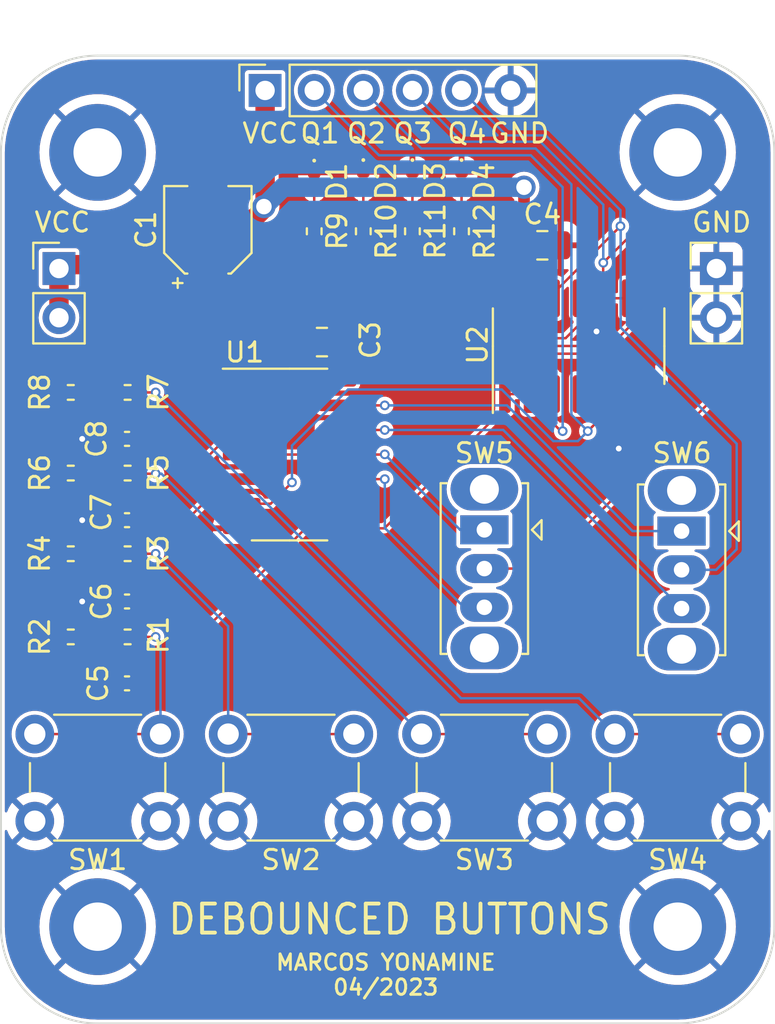
<source format=kicad_pcb>
(kicad_pcb (version 20221018) (generator pcbnew)
  (layers (0 "F.Cu" signal) (31 "B.Cu" signal) (34 "B.Paste" user) (35 "F.Paste" user) (36 "B.SilkS" user "B.Silkscreen") (37 "F.SilkS" user "F.Silkscreen") (38 "B.Mask" user) (39 "F.Mask" user) (44 "Edge.Cuts" user))
  (net 0 "")
  (net 1 "GND")
  (net 2 "+5V")
  (net 3 "Q1")
  (net 4 "Q2")
  (net 5 "Q3")
  (net 6 "Q4")
  (net 7 "Net-(R1-Pad1)")
  (net 8 "Net-(R3-Pad1)")
  (net 9 "Net-(R5-Pad1)")
  (net 10 "Net-(R7-Pad1)")
  (net 11 "Net-(SW5-A)")
  (net 12 "Net-(SW5-C)")
  (net 13 "Net-(SW6-A)")
  (net 14 "Net-(SW6-C)")
  (net 15 "Net-(C5-Pad1)")
  (net 16 "Net-(C6-Pad1)")
  (net 17 "Net-(C7-Pad1)")
  (net 18 "Net-(C8-Pad1)")
  (net 19 "Net-(R9-Pad1)")
  (net 20 "Net-(R10-Pad1)")
  (net 21 "Net-(R11-Pad1)")
  (net 22 "Net-(R12-Pad1)")
  (net 23 "Net-(D1-A)")
  (net 24 "Net-(D2-A)")
  (net 25 "Net-(D3-A)")
  (net 26 "Net-(D4-A)")
  (footprint "Resistor_SMD:R_0402_1005Metric" (layer "F.Cu") (at 116.2 59.075 90)
    (fp_text reference "R9" (at 0.01 1.185 90) (layer "F.SilkS"))
    (fp_text value "330")
    (fp_line (start -0.153641 -0.38) (end 0.153641 -0.38) (stroke (width 0.12)) (layer "F.SilkS"))
    (fp_line (start -0.153641 0.38) (end 0.153641 0.38) (stroke (width 0.12)) (layer "F.SilkS"))
    (pad "1" smd roundrect (at -0.51 0 90) (size 0.54 0.64) (layers "F.Cu" "F.Paste" "F.Mask") (net 19 "Net-(R9-Pad1)"))
    (pad "2" smd roundrect (at 0.51 0 90) (size 0.54 0.64) (layers "F.Cu" "F.Paste" "F.Mask") (net 23 "Net-(D1-A)"))
  )
  (footprint "MountingHole:MountingHole_2.5mm_Pad" (layer "F.Cu") (at 135 95)
    (fp_text reference "H4" hide)
    (fp_text value "MountingHole_Pad" hide)
    (pad "1" thru_hole circle (at 0 0) (size 5 5) (drill 2.5) (layers "*.Cu" "*.Mask") (net 1 "GND"))
  )
  (footprint "Capacitor_SMD:C_0402_1005Metric" (layer "F.Cu") (at 106.52 69.8)
    (fp_text reference "C8" (at -1.58 0 90) (layer "F.SilkS"))
    (fp_text value "1u")
    (fp_line (start -0.107836 -0.36) (end 0.107836 -0.36) (stroke (width 0.12)) (layer "F.SilkS"))
    (fp_line (start -0.107836 0.36) (end 0.107836 0.36) (stroke (width 0.12)) (layer "F.SilkS"))
    (pad "1" smd roundrect (at -0.48 0) (size 0.56 0.62) (layers "F.Cu" "F.Paste" "F.Mask") (net 18 "Net-(C8-Pad1)"))
    (pad "2" smd roundrect (at 0.48 0) (size 0.56 0.62) (layers "F.Cu" "F.Paste" "F.Mask") (net 1 "GND"))
  )
  (footprint "LED_SMD:LED_0402_1005Metric" (layer "F.Cu") (at 123.82 56.485 -90)
    (fp_text reference "D4" (at 0 -1.17 90) (layer "F.SilkS"))
    (fp_text value "LED")
    (fp_circle (center -1.09 0) (end -1.04 0) (stroke (width 0.1)) (fill none) (layer "F.SilkS"))
    (pad "1" smd roundrect (at -0.485 0 270) (size 0.59 0.64) (layers "F.Cu" "F.Paste" "F.Mask") (net 1 "GND"))
    (pad "2" smd roundrect (at 0.485 0 270) (size 0.59 0.64) (layers "F.Cu" "F.Paste" "F.Mask") (net 26 "Net-(D4-A)"))
  )
  (footprint "MountingHole:MountingHole_2.5mm_Pad" (layer "F.Cu") (at 105 95)
    (fp_text reference "H3" hide)
    (fp_text value "MountingHole_Pad" hide)
    (pad "1" thru_hole circle (at 0 0) (size 5 5) (drill 2.5) (layers "*.Cu" "*.Mask") (net 1 "GND"))
  )
  (footprint "Capacitor_SMD:CP_Elec_4x4.5" (layer "F.Cu") (at 110.7 59 90)
    (fp_text reference "C1" (at 0 -3.2 90) (layer "F.SilkS"))
    (fp_text value "1u")
    (fp_line (start -3 -1.56) (end -2.5 -1.56) (stroke (width 0.12)) (layer "F.SilkS"))
    (fp_line (start -2.75 -1.81) (end -2.75 -1.31) (stroke (width 0.12)) (layer "F.SilkS"))
    (fp_line (start -2.26 -1.195563) (end -2.26 -1.06) (stroke (width 0.12)) (layer "F.SilkS"))
    (fp_line (start -2.26 -1.195563) (end -1.195563 -2.26) (stroke (width 0.12)) (layer "F.SilkS"))
    (fp_line (start -2.26 1.195563) (end -2.26 1.06) (stroke (width 0.12)) (layer "F.SilkS"))
    (fp_line (start -2.26 1.195563) (end -1.195563 2.26) (stroke (width 0.12)) (layer "F.SilkS"))
    (fp_line (start -1.195563 -2.26) (end 2.26 -2.26) (stroke (width 0.12)) (layer "F.SilkS"))
    (fp_line (start -1.195563 2.26) (end 2.26 2.26) (stroke (width 0.12)) (layer "F.SilkS"))
    (fp_line (start 2.26 -2.26) (end 2.26 -1.06) (stroke (width 0.12)) (layer "F.SilkS"))
    (fp_line (start 2.26 2.26) (end 2.26 1.06) (stroke (width 0.12)) (layer "F.SilkS"))
    (pad "1" smd roundrect (at -1.8 0 90) (size 2.6 1.6) (layers "F.Cu" "F.Paste" "F.Mask") (roundrect_rratio 0.15625) (net 2 "+5V"))
    (pad "2" smd roundrect (at 1.8 0 90) (size 2.6 1.6) (layers "F.Cu" "F.Paste" "F.Mask") (roundrect_rratio 0.15625) (net 1 "GND"))
  )
  (footprint "Resistor_SMD:R_0402_1005Metric" (layer "F.Cu") (at 106.55 80.03 180)
    (fp_text reference "R1" (at -1.6 0.1 90) (layer "F.SilkS"))
    (fp_text value "100")
    (fp_line (start -0.153641 -0.38) (end 0.153641 -0.38) (stroke (width 0.12)) (layer "F.SilkS"))
    (fp_line (start -0.153641 0.38) (end 0.153641 0.38) (stroke (width 0.12)) (layer "F.SilkS"))
    (pad "1" smd roundrect (at -0.51 0 180) (size 0.54 0.64) (layers "F.Cu" "F.Paste" "F.Mask") (net 7 "Net-(R1-Pad1)"))
    (pad "2" smd roundrect (at 0.51 0 180) (size 0.54 0.64) (layers "F.Cu" "F.Paste" "F.Mask") (net 15 "Net-(C5-Pad1)"))
  )
  (footprint "Resistor_SMD:R_0402_1005Metric" (layer "F.Cu") (at 103.61 67.4)
    (fp_text reference "R8" (at -1.6 0 90) (layer "F.SilkS"))
    (fp_text value "10k")
    (fp_line (start -0.153641 -0.38) (end 0.153641 -0.38) (stroke (width 0.12)) (layer "F.SilkS"))
    (fp_line (start -0.153641 0.38) (end 0.153641 0.38) (stroke (width 0.12)) (layer "F.SilkS"))
    (pad "1" smd roundrect (at -0.51 0) (size 0.54 0.64) (layers "F.Cu" "F.Paste" "F.Mask") (net 2 "+5V"))
    (pad "2" smd roundrect (at 0.51 0) (size 0.54 0.64) (layers "F.Cu" "F.Paste" "F.Mask") (net 18 "Net-(C8-Pad1)"))
  )
  (footprint "LED_SMD:LED_0402_1005Metric" (layer "F.Cu") (at 116.2 56.515 -90)
    (fp_text reference "D1" (at 0 -1.17 90) (layer "F.SilkS"))
    (fp_text value "LED")
    (fp_circle (center -1.09 0) (end -1.04 0) (stroke (width 0.1)) (fill none) (layer "F.SilkS"))
    (pad "1" smd roundrect (at -0.485 0 270) (size 0.59 0.64) (layers "F.Cu" "F.Paste" "F.Mask") (net 1 "GND"))
    (pad "2" smd roundrect (at 0.485 0 270) (size 0.59 0.64) (layers "F.Cu" "F.Paste" "F.Mask") (net 23 "Net-(D1-A)"))
  )
  (footprint "Resistor_SMD:R_0402_1005Metric" (layer "F.Cu") (at 103.61 71.566668)
    (fp_text reference "R6" (at -1.6 0 90) (layer "F.SilkS"))
    (fp_text value "10k")
    (fp_line (start -0.153641 -0.38) (end 0.153641 -0.38) (stroke (width 0.12)) (layer "F.SilkS"))
    (fp_line (start -0.153641 0.38) (end 0.153641 0.38) (stroke (width 0.12)) (layer "F.SilkS"))
    (pad "1" smd roundrect (at -0.51 0) (size 0.54 0.64) (layers "F.Cu" "F.Paste" "F.Mask") (net 2 "+5V"))
    (pad "2" smd roundrect (at 0.51 0) (size 0.54 0.64) (layers "F.Cu" "F.Paste" "F.Mask") (net 17 "Net-(C7-Pad1)"))
  )
  (footprint "Resistor_SMD:R_0402_1005Metric" (layer "F.Cu") (at 103.61 80.03)
    (fp_text reference "R2" (at -1.6 0 90) (layer "F.SilkS"))
    (fp_text value "10k")
    (fp_line (start -0.153641 -0.38) (end 0.153641 -0.38) (stroke (width 0.12)) (layer "F.SilkS"))
    (fp_line (start -0.153641 0.38) (end 0.153641 0.38) (stroke (width 0.12)) (layer "F.SilkS"))
    (pad "1" smd roundrect (at -0.51 0) (size 0.54 0.64) (layers "F.Cu" "F.Paste" "F.Mask") (net 2 "+5V"))
    (pad "2" smd roundrect (at 0.51 0) (size 0.54 0.64) (layers "F.Cu" "F.Paste" "F.Mask") (net 15 "Net-(C5-Pad1)"))
  )
  (footprint "Button_Switch_THT:SW_Slide_1P2T_CK_OS102011MS2Q" (layer "F.Cu") (at 135.2 74.564 -90)
    (fp_text reference "SW6" (at -4.03 -0.022 -180) (layer "F.SilkS"))
    (fp_text value "SW_SPDT")
    (fp_line (start -2.41 -2.26) (end 6.41 -2.26) (stroke (width 0.12)) (layer "F.SilkS"))
    (fp_line (start -2.41 -1.95) (end -2.41 -2.26) (stroke (width 0.12)) (layer "F.SilkS"))
    (fp_line (start -2.41 2.26) (end -2.41 1.95) (stroke (width 0.12)) (layer "F.SilkS"))
    (fp_line (start -0.5 -2.96) (end 0 -2.46) (stroke (width 0.12)) (layer "F.SilkS"))
    (fp_line (start 0 -2.46) (end 0.5 -2.96) (stroke (width 0.12)) (layer "F.SilkS"))
    (fp_line (start 0.5 -2.96) (end -0.5 -2.96) (stroke (width 0.12)) (layer "F.SilkS"))
    (fp_line (start 6.41 -2.26) (end 6.41 -1.95) (stroke (width 0.12)) (layer "F.SilkS"))
    (fp_line (start 6.41 2.26) (end -2.41 2.26) (stroke (width 0.12)) (layer "F.SilkS"))
    (fp_line (start 6.41 2.26) (end 6.41 1.95) (stroke (width 0.12)) (layer "F.SilkS"))
    (pad "" thru_hole oval (at -2.1 0 270) (size 2.2 3.5) (drill 1.5) (layers "*.Cu" "*.Mask"))
    (pad "" thru_hole oval (at 6.1 0 270) (size 2.2 3.5) (drill 1.5) (layers "*.Cu" "*.Mask"))
    (pad "1" thru_hole rect (at 0 0 270) (size 1.5 2.5) (drill 0.8) (layers "*.Cu" "*.Mask") (net 13 "Net-(SW6-A)"))
    (pad "2" thru_hole oval (at 2 0 270) (size 1.5 2.5) (drill 0.8) (layers "*.Cu" "*.Mask") (net 6 "Q4"))
    (pad "3" thru_hole oval (at 4 0 270) (size 1.5 2.5) (drill 0.8) (layers "*.Cu" "*.Mask") (net 14 "Net-(SW6-C)"))
  )
  (footprint "MountingHole:MountingHole_2.5mm_Pad" (layer "F.Cu") (at 135 55)
    (fp_text reference "H2" hide)
    (fp_text value "MountingHole_Pad" hide)
    (pad "1" thru_hole circle (at 0 0) (size 5 5) (drill 2.5) (layers "*.Cu" "*.Mask") (net 1 "GND"))
  )
  (footprint "Resistor_SMD:R_0402_1005Metric" (layer "F.Cu") (at 123.82 59.075 90)
    (fp_text reference "R12" (at -0.01 1.185 90) (layer "F.SilkS"))
    (fp_text value "330")
    (fp_line (start -0.153641 -0.38) (end 0.153641 -0.38) (stroke (width 0.12)) (layer "F.SilkS"))
    (fp_line (start -0.153641 0.38) (end 0.153641 0.38) (stroke (width 0.12)) (layer "F.SilkS"))
    (pad "1" smd roundrect (at -0.51 0 90) (size 0.54 0.64) (layers "F.Cu" "F.Paste" "F.Mask") (net 22 "Net-(R12-Pad1)"))
    (pad "2" smd roundrect (at 0.51 0 90) (size 0.54 0.64) (layers "F.Cu" "F.Paste" "F.Mask") (net 26 "Net-(D4-A)"))
  )
  (footprint "MountingHole:MountingHole_2.5mm_Pad" (layer "F.Cu") (at 105 55)
    (fp_text reference "H1" hide)
    (fp_text value "MountingHole_Pad" hide)
    (pad "1" thru_hole circle (at 0 0) (size 5 5) (drill 2.5) (layers "*.Cu" "*.Mask") (net 1 "GND"))
  )
  (footprint "Resistor_SMD:R_0402_1005Metric" (layer "F.Cu") (at 106.55 67.4 180)
    (fp_text reference "R7" (at -1.59 0 90) (layer "F.SilkS"))
    (fp_text value "100")
    (fp_line (start -0.153641 -0.38) (end 0.153641 -0.38) (stroke (width 0.12)) (layer "F.SilkS"))
    (fp_line (start -0.153641 0.38) (end 0.153641 0.38) (stroke (width 0.12)) (layer "F.SilkS"))
    (pad "1" smd roundrect (at -0.51 0 180) (size 0.54 0.64) (layers "F.Cu" "F.Paste" "F.Mask") (net 10 "Net-(R7-Pad1)"))
    (pad "2" smd roundrect (at 0.51 0 180) (size 0.54 0.64) (layers "F.Cu" "F.Paste" "F.Mask") (net 18 "Net-(C8-Pad1)"))
  )
  (footprint "Capacitor_SMD:C_0402_1005Metric" (layer "F.Cu") (at 106.52 74)
    (fp_text reference "C7" (at -1.33 -0.4 90) (layer "F.SilkS"))
    (fp_text value "1u")
    (fp_line (start -0.107836 -0.36) (end 0.107836 -0.36) (stroke (width 0.12)) (layer "F.SilkS"))
    (fp_line (start -0.107836 0.36) (end 0.107836 0.36) (stroke (width 0.12)) (layer "F.SilkS"))
    (pad "1" smd roundrect (at -0.48 0) (size 0.56 0.62) (layers "F.Cu" "F.Paste" "F.Mask") (net 17 "Net-(C7-Pad1)"))
    (pad "2" smd roundrect (at 0.48 0) (size 0.56 0.62) (layers "F.Cu" "F.Paste" "F.Mask") (net 1 "GND"))
  )
  (footprint "LED_SMD:LED_0402_1005Metric" (layer "F.Cu") (at 118.74 56.485 -90)
    (fp_text reference "D2" (at 0 -1.17 90) (layer "F.SilkS"))
    (fp_text value "LED")
    (fp_circle (center -1.09 0) (end -1.04 0) (stroke (width 0.1)) (fill none) (layer "F.SilkS"))
    (pad "1" smd roundrect (at -0.485 0 270) (size 0.59 0.64) (layers "F.Cu" "F.Paste" "F.Mask") (net 1 "GND"))
    (pad "2" smd roundrect (at 0.485 0 270) (size 0.59 0.64) (layers "F.Cu" "F.Paste" "F.Mask") (net 24 "Net-(D2-A)"))
  )
  (footprint "Connector_PinHeader_2.54mm:PinHeader_1x02_P2.54mm_Vertical" (layer "F.Cu") (at 137 61)
    (fp_text reference "J2" hide)
    (fp_text value "Conn_01x02" hide)
    (fp_line (start -1.33 -1.33) (end 0 -1.33) (stroke (width 0.12)) (layer "F.SilkS"))
    (fp_line (start -1.33 0) (end -1.33 -1.33) (stroke (width 0.12)) (layer "F.SilkS"))
    (fp_line (start -1.33 1.27) (end -1.33 3.87) (stroke (width 0.12)) (layer "F.SilkS"))
    (fp_line (start -1.33 1.27) (end 1.33 1.27) (stroke (width 0.12)) (layer "F.SilkS"))
    (fp_line (start -1.33 3.87) (end 1.33 3.87) (stroke (width 0.12)) (layer "F.SilkS"))
    (fp_line (start 1.33 1.27) (end 1.33 3.87) (stroke (width 0.12)) (layer "F.SilkS"))
    (pad "1" thru_hole rect (at 0 0) (size 1.7 1.7) (drill 1) (layers "*.Cu" "*.Mask") (net 1 "GND"))
    (pad "2" thru_hole oval (at 0 2.54) (size 1.7 1.7) (drill 1) (layers "*.Cu" "*.Mask") (net 1 "GND"))
  )
  (footprint "Package_SO:SOIC-14_3.9x8.7mm_P1.27mm" (layer "F.Cu") (at 114.925 70.61)
    (fp_text reference "U1" (at -2.325 -5.28) (layer "F.SilkS"))
    (fp_text value "40106")
    (fp_line (start 0 -4.435) (end -3.45 -4.435) (stroke (width 0.12)) (layer "F.SilkS"))
    (fp_line (start 0 -4.435) (end 1.95 -4.435) (stroke (width 0.12)) (layer "F.SilkS"))
    (fp_line (start 0 4.435) (end -1.95 4.435) (stroke (width 0.12)) (layer "F.SilkS"))
    (fp_line (start 0 4.435) (end 1.95 4.435) (stroke (width 0.12)) (layer "F.SilkS"))
    (pad "1" smd roundrect (at -2.475 -3.81) (size 1.95 0.6) (layers "F.Cu" "F.Paste" "F.Mask") (net 18 "Net-(C8-Pad1)"))
    (pad "2" smd roundrect (at -2.475 -2.54) (size 1.95 0.6) (layers "F.Cu" "F.Paste" "F.Mask") (net 13 "Net-(SW6-A)"))
    (pad "3" smd roundrect (at -2.475 -1.27) (size 1.95 0.6) (layers "F.Cu" "F.Paste" "F.Mask") (net 17 "Net-(C7-Pad1)"))
    (pad "4" smd roundrect (at -2.475 0) (size 1.95 0.6) (layers "F.Cu" "F.Paste" "F.Mask") (net 11 "Net-(SW5-A)"))
    (pad "5" smd roundrect (at -2.475 1.27) (size 1.95 0.6) (layers "F.Cu" "F.Paste" "F.Mask") (net 16 "Net-(C6-Pad1)"))
    (pad "6" smd roundrect (at -2.475 2.54) (size 1.95 0.6) (layers "F.Cu" "F.Paste" "F.Mask") (net 4 "Q2"))
    (pad "7" smd roundrect (at -2.475 3.81) (size 1.95 0.6) (layers "F.Cu" "F.Paste" "F.Mask") (net 1 "GND"))
    (pad "8" smd roundrect (at 2.475 3.81) (size 1.95 0.6) (layers "F.Cu" "F.Paste" "F.Mask") (net 3 "Q1"))
    (pad "9" smd roundrect (at 2.475 2.54) (size 1.95 0.6) (layers "F.Cu" "F.Paste" "F.Mask") (net 15 "Net-(C5-Pad1)"))
    (pad "10" smd roundrect (at 2.475 1.27) (size 1.95 0.6) (layers "F.Cu" "F.Paste" "F.Mask") (net 12 "Net-(SW5-C)"))
    (pad "11" smd roundrect (at 2.475 0) (size 1.95 0.6) (layers "F.Cu" "F.Paste" "F.Mask") (net 11 "Net-(SW5-A)"))
    (pad "12" smd roundrect (at 2.475 -1.27) (size 1.95 0.6) (layers "F.Cu" "F.Paste" "F.Mask") (net 14 "Net-(SW6-C)"))
    (pad "13" smd roundrect (at 2.475 -2.54) (size 1.95 0.6) (layers "F.Cu" "F.Paste" "F.Mask") (net 13 "Net-(SW6-A)"))
    (pad "14" smd roundrect (at 2.475 -3.81) (size 1.95 0.6) (layers "F.Cu" "F.Paste" "F.Mask") (net 2 "+5V"))
  )
  (footprint "Button_Switch_THT:SW_PUSH_6mm" (layer "F.Cu") (at 108.25 89.55 180)
    (fp_text reference "SW1" (at 3.25 -2) (layer "F.SilkS"))
    (fp_text value "SW_Push")
    (fp_line (start -0.25 1.5) (end -0.25 3) (stroke (width 0.12)) (layer "F.SilkS"))
    (fp_line (start 1 5.5) (end 5.5 5.5) (stroke (width 0.12)) (layer "F.SilkS"))
    (fp_line (start 5.5 -1) (end 1 -1) (stroke (width 0.12)) (layer "F.SilkS"))
    (fp_line (start 6.75 3) (end 6.75 1.5) (stroke (width 0.12)) (layer "F.SilkS"))
    (pad "1" thru_hole circle (at 0 0 270) (size 2 2) (drill 1.1) (layers "*.Cu" "*.Mask") (net 1 "GND"))
    (pad "1" thru_hole circle (at 6.5 0 270) (size 2 2) (drill 1.1) (layers "*.Cu" "*.Mask") (net 1 "GND"))
    (pad "2" thru_hole circle (at 0 4.5 270) (size 2 2) (drill 1.1) (layers "*.Cu" "*.Mask") (net 7 "Net-(R1-Pad1)"))
    (pad "2" thru_hole circle (at 6.5 4.5 270) (size 2 2) (drill 1.1) (layers "*.Cu" "*.Mask") (net 7 "Net-(R1-Pad1)"))
  )
  (footprint "Package_SO:SOIC-14_3.9x8.7mm_P1.27mm" (layer "F.Cu") (at 129.875 65.01 90)
    (fp_text reference "U2" (at 0.06 -5.225 90) (layer "F.SilkS"))
    (fp_text value "SN74HCS32")
    (fp_line (start 0 -4.435) (end -3.45 -4.435) (stroke (width 0.12)) (layer "F.SilkS"))
    (fp_line (start 0 -4.435) (end 1.95 -4.435) (stroke (width 0.12)) (layer "F.SilkS"))
    (fp_line (start 0 4.435) (end -1.95 4.435) (stroke (width 0.12)) (layer "F.SilkS"))
    (fp_line (start 0 4.435) (end 1.95 4.435) (stroke (width 0.12)) (layer "F.SilkS"))
    (pad "1" smd roundrect (at -2.475 -3.81 90) (size 1.95 0.6) (layers "F.Cu" "F.Paste" "F.Mask") (net 3 "Q1"))
    (pad "2" smd roundrect (at -2.475 -2.54 90) (size 1.95 0.6) (layers "F.Cu" "F.Paste" "F.Mask") (net 3 "Q1"))
    (pad "3" smd roundrect (at -2.475 -1.27 90) (size 1.95 0.6) (layers "F.Cu" "F.Paste" "F.Mask") (net 19 "Net-(R9-Pad1)"))
    (pad "4" smd roundrect (at -2.475 0 90) (size 1.95 0.6) (layers "F.Cu" "F.Paste" "F.Mask") (net 4 "Q2"))
    (pad "5" smd roundrect (at -2.475 1.27 90) (size 1.95 0.6) (layers "F.Cu" "F.Paste" "F.Mask") (net 4 "Q2"))
    (pad "6" smd roundrect (at -2.475 2.54 90) (size 1.95 0.6) (layers "F.Cu" "F.Paste" "F.Mask") (net 20 "Net-(R10-Pad1)"))
    (pad "7" smd roundrect (at -2.475 3.81 90) (size 1.95 0.6) (layers "F.Cu" "F.Paste" "F.Mask") (net 1 "GND"))
    (pad "8" smd roundrect (at 2.475 3.81 90) (size 1.95 0.6) (layers "F.Cu" "F.Paste" "F.Mask") (net 21 "Net-(R11-Pad1)"))
    (pad "9" smd roundrect (at 2.475 2.54 90) (size 1.95 0.6) (layers "F.Cu" "F.Paste" "F.Mask") (net 5 "Q3"))
    (pad "10" smd roundrect (at 2.475 1.27 90) (size 1.95 0.6) (layers "F.Cu" "F.Paste" "F.Mask") (net 5 "Q3"))
    (pad "11" smd roundrect (at 2.475 0 90) (size 1.95 0.6) (layers "F.Cu" "F.Paste" "F.Mask") (net 22 "Net-(R12-Pad1)"))
    (pad "12" smd roundrect (at 2.475 -1.27 90) (size 1.95 0.6) (layers "F.Cu" "F.Paste" "F.Mask") (net 6 "Q4"))
    (pad "13" smd roundrect (at 2.475 -2.54 90) (size 1.95 0.6) (layers "F.Cu" "F.Paste" "F.Mask") (net 6 "Q4"))
    (pad "14" smd roundrect (at 2.475 -3.81 90) (size 1.95 0.6) (layers "F.Cu" "F.Paste" "F.Mask") (net 2 "+5V"))
  )
  (footprint "LED_SMD:LED_0402_1005Metric" (layer "F.Cu") (at 121.28 56.485 -90)
    (fp_text reference "D3" (at 0 -1.17 90) (layer "F.SilkS"))
    (fp_text value "LED")
    (fp_circle (center -1.09 0) (end -1.04 0) (stroke (width 0.1)) (fill none) (layer "F.SilkS"))
    (pad "1" smd roundrect (at -0.485 0 270) (size 0.59 0.64) (layers "F.Cu" "F.Paste" "F.Mask") (net 1 "GND"))
    (pad "2" smd roundrect (at 0.485 0 270) (size 0.59 0.64) (layers "F.Cu" "F.Paste" "F.Mask") (net 25 "Net-(D3-A)"))
  )
  (footprint "Capacitor_SMD:C_0805_2012Metric" (layer "F.Cu") (at 116.6 64.8 180)
    (fp_text reference "C3" (at -2.5 0.1 90) (layer "F.SilkS"))
    (fp_text value "1u")
    (fp_line (start -0.261252 -0.735) (end 0.261252 -0.735) (stroke (width 0.12)) (layer "F.SilkS"))
    (fp_line (start -0.261252 0.735) (end 0.261252 0.735) (stroke (width 0.12)) (layer "F.SilkS"))
    (pad "1" smd roundrect (at -0.95 0 180) (size 1 1.45) (layers "F.Cu" "F.Paste" "F.Mask") (net 2 "+5V"))
    (pad "2" smd roundrect (at 0.95 0 180) (size 1 1.45) (layers "F.Cu" "F.Paste" "F.Mask") (net 1 "GND"))
  )
  (footprint "Resistor_SMD:R_0402_1005Metric" (layer "F.Cu") (at 118.74 59.075 90)
    (fp_text reference "R10" (at -0.01 1.185 90) (layer "F.SilkS"))
    (fp_text value "330")
    (fp_line (start -0.153641 -0.38) (end 0.153641 -0.38) (stroke (width 0.12)) (layer "F.SilkS"))
    (fp_line (start -0.153641 0.38) (end 0.153641 0.38) (stroke (width 0.12)) (layer "F.SilkS"))
    (pad "1" smd roundrect (at -0.51 0 90) (size 0.54 0.64) (layers "F.Cu" "F.Paste" "F.Mask") (net 20 "Net-(R10-Pad1)"))
    (pad "2" smd roundrect (at 0.51 0 90) (size 0.54 0.64) (layers "F.Cu" "F.Paste" "F.Mask") (net 24 "Net-(D2-A)"))
  )
  (footprint "Button_Switch_THT:SW_PUSH_6mm" (layer "F.Cu") (at 138.25 89.55 180)
    (fp_text reference "SW4" (at 3.25 -2) (layer "F.SilkS"))
    (fp_text value "SW_Push")
    (fp_line (start -0.25 1.5) (end -0.25 3) (stroke (width 0.12)) (layer "F.SilkS"))
    (fp_line (start 1 5.5) (end 5.5 5.5) (stroke (width 0.12)) (layer "F.SilkS"))
    (fp_line (start 5.5 -1) (end 1 -1) (stroke (width 0.12)) (layer "F.SilkS"))
    (fp_line (start 6.75 3) (end 6.75 1.5) (stroke (width 0.12)) (layer "F.SilkS"))
    (pad "1" thru_hole circle (at 0 0 270) (size 2 2) (drill 1.1) (layers "*.Cu" "*.Mask") (net 1 "GND"))
    (pad "1" thru_hole circle (at 6.5 0 270) (size 2 2) (drill 1.1) (layers "*.Cu" "*.Mask") (net 1 "GND"))
    (pad "2" thru_hole circle (at 0 4.5 270) (size 2 2) (drill 1.1) (layers "*.Cu" "*.Mask") (net 10 "Net-(R7-Pad1)"))
    (pad "2" thru_hole circle (at 6.5 4.5 270) (size 2 2) (drill 1.1) (layers "*.Cu" "*.Mask") (net 10 "Net-(R7-Pad1)"))
  )
  (footprint "Capacitor_SMD:C_0805_2012Metric" (layer "F.Cu") (at 128 59.8)
    (fp_text reference "C4" (at 0 -1.6) (layer "F.SilkS"))
    (fp_text value "1u")
    (fp_line (start -0.261252 -0.735) (end 0.261252 -0.735) (stroke (width 0.12)) (layer "F.SilkS"))
    (fp_line (start -0.261252 0.735) (end 0.261252 0.735) (stroke (width 0.12)) (layer "F.SilkS"))
    (pad "1" smd roundrect (at -0.95 0) (size 1 1.45) (layers "F.Cu" "F.Paste" "F.Mask") (net 2 "+5V"))
    (pad "2" smd roundrect (at 0.95 0) (size 1 1.45) (layers "F.Cu" "F.Paste" "F.Mask") (net 1 "GND"))
  )
  (footprint "Connector_PinSocket_2.54mm:PinSocket_1x06_P2.54mm_Vertical" (layer "F.Cu") (at 113.66 51.8 90)
    (fp_text reference "J3" hide)
    (fp_text value "Conn_01x06")
    (fp_line (start -1.33 1.27) (end -1.33 14.03) (stroke (width 0.12)) (layer "F.SilkS"))
    (fp_line (start -1.33 1.27) (end 1.33 1.27) (stroke (width 0.12)) (layer "F.SilkS"))
    (fp_line (start -1.33 14.03) (end 1.33 14.03) (stroke (width 0.12)) (layer "F.SilkS"))
    (fp_line (start 0 -1.33) (end 1.33 -1.33) (stroke (width 0.12)) (layer "F.SilkS"))
    (fp_line (start 1.33 -1.33) (end 1.33 0) (stroke (width 0.12)) (layer "F.SilkS"))
    (fp_line (start 1.33 1.27) (end 1.33 14.03) (stroke (width 0.12)) (layer "F.SilkS"))
    (pad "1" thru_hole rect (at 0 0 90) (size 1.7 1.7) (drill 1) (layers "*.Cu" "*.Mask") (net 2 "+5V"))
    (pad "2" thru_hole oval (at 0 2.54 90) (size 1.7 1.7) (drill 1) (layers "*.Cu" "*.Mask") (net 3 "Q1"))
    (pad "3" thru_hole oval (at 0 5.08 90) (size 1.7 1.7) (drill 1) (layers "*.Cu" "*.Mask") (net 4 "Q2"))
    (pad "4" thru_hole oval (at 0 7.62 90) (size 1.7 1.7) (drill 1) (layers "*.Cu" "*.Mask") (net 5 "Q3"))
    (pad "5" thru_hole oval (at 0 10.16 90) (size 1.7 1.7) (drill 1) (layers "*.Cu" "*.Mask") (net 6 "Q4"))
    (pad "6" thru_hole oval (at 0 12.7 90) (size 1.7 1.7) (drill 1) (layers "*.Cu" "*.Mask") (net 1 "GND"))
  )
  (footprint "Resistor_SMD:R_0402_1005Metric" (layer "F.Cu") (at 103.61 75.733334)
    (fp_text reference "R4" (at -1.6 0 90) (layer "F.SilkS"))
    (fp_text value "10k")
    (fp_line (start -0.153641 -0.38) (end 0.153641 -0.38) (stroke (width 0.12)) (layer "F.SilkS"))
    (fp_line (start -0.153641 0.38) (end 0.153641 0.38) (stroke (width 0.12)) (layer "F.SilkS"))
    (pad "1" smd roundrect (at -0.51 0) (size 0.54 0.64) (layers "F.Cu" "F.Paste" "F.Mask") (net 2 "+5V"))
    (pad "2" smd roundrect (at 0.51 0) (size 0.54 0.64) (layers "F.Cu" "F.Paste" "F.Mask") (net 16 "Net-(C6-Pad1)"))
  )
  (footprint "Resistor_SMD:R_0402_1005Metric" (layer "F.Cu") (at 106.55 75.733334 180)
    (fp_text reference "R3" (at -1.59 0 90) (layer "F.SilkS"))
    (fp_text value "100")
    (fp_line (start -0.153641 -0.38) (end 0.153641 -0.38) (stroke (width 0.12)) (layer "F.SilkS"))
    (fp_line (start -0.153641 0.38) (end 0.153641 0.38) (stroke (width 0.12)) (layer "F.SilkS"))
    (pad "1" smd roundrect (at -0.51 0 180) (size 0.54 0.64) (layers "F.Cu" "F.Paste" "F.Mask") (net 8 "Net-(R3-Pad1)"))
    (pad "2" smd roundrect (at 0.51 0 180) (size 0.54 0.64) (layers "F.Cu" "F.Paste" "F.Mask") (net 16 "Net-(C6-Pad1)"))
  )
  (footprint "Button_Switch_THT:SW_PUSH_6mm" (layer "F.Cu") (at 128.25 89.55 180)
    (fp_text reference "SW3" (at 3.25 -2) (layer "F.SilkS"))
    (fp_text value "SW_Push")
    (fp_line (start -0.25 1.5) (end -0.25 3) (stroke (width 0.12)) (layer "F.SilkS"))
    (fp_line (start 1 5.5) (end 5.5 5.5) (stroke (width 0.12)) (layer "F.SilkS"))
    (fp_line (start 5.5 -1) (end 1 -1) (stroke (width 0.12)) (layer "F.SilkS"))
    (fp_line (start 6.75 3) (end 6.75 1.5) (stroke (width 0.12)) (layer "F.SilkS"))
    (pad "1" thru_hole circle (at 0 0 270) (size 2 2) (drill 1.1) (layers "*.Cu" "*.Mask") (net 1 "GND"))
    (pad "1" thru_hole circle (at 6.5 0 270) (size 2 2) (drill 1.1) (layers "*.Cu" "*.Mask") (net 1 "GND"))
    (pad "2" thru_hole circle (at 0 4.5 270) (size 2 2) (drill 1.1) (layers "*.Cu" "*.Mask") (net 9 "Net-(R5-Pad1)"))
    (pad "2" thru_hole circle (at 6.5 4.5 270) (size 2 2) (drill 1.1) (layers "*.Cu" "*.Mask") (net 9 "Net-(R5-Pad1)"))
  )
  (footprint "Connector_PinHeader_2.54mm:PinHeader_1x02_P2.54mm_Vertical" (layer "F.Cu") (at 103 61)
    (fp_text reference "J1" hide)
    (fp_text value "Conn_01x02" hide)
    (fp_line (start -1.33 -1.33) (end 0 -1.33) (stroke (width 0.12)) (layer "F.SilkS"))
    (fp_line (start -1.33 0) (end -1.33 -1.33) (stroke (width 0.12)) (layer "F.SilkS"))
    (fp_line (start -1.33 1.27) (end -1.33 3.87) (stroke (width 0.12)) (layer "F.SilkS"))
    (fp_line (start -1.33 1.27) (end 1.33 1.27) (stroke (width 0.12)) (layer "F.SilkS"))
    (fp_line (start -1.33 3.87) (end 1.33 3.87) (stroke (width 0.12)) (layer "F.SilkS"))
    (fp_line (start 1.33 1.27) (end 1.33 3.87) (stroke (width 0.12)) (layer "F.SilkS"))
    (pad "1" thru_hole rect (at 0 0) (size 1.7 1.7) (drill 1) (layers "*.Cu" "*.Mask") (net 2 "+5V"))
    (pad "2" thru_hole oval (at 0 2.54) (size 1.7 1.7) (drill 1) (layers "*.Cu" "*.Mask") (net 2 "+5V"))
  )
  (footprint "Capacitor_SMD:C_0402_1005Metric" (layer "F.Cu") (at 106.52 82.43)
    (fp_text reference "C5" (at -1.5 0 90) (layer "F.SilkS"))
    (fp_text value "1u")
    (fp_line (start -0.107836 -0.36) (end 0.107836 -0.36) (stroke (width 0.12)) (layer "F.SilkS"))
    (fp_line (start -0.107836 0.36) (end 0.107836 0.36) (stroke (width 0.12)) (layer "F.SilkS"))
    (pad "1" smd roundrect (at -0.48 0) (size 0.56 0.62) (layers "F.Cu" "F.Paste" "F.Mask") (net 15 "Net-(C5-Pad1)"))
    (pad "2" smd roundrect (at 0.48 0) (size 0.56 0.62) (layers "F.Cu" "F.Paste" "F.Mask") (net 1 "GND"))
  )
  (footprint "Capacitor_SMD:C_0402_1005Metric" (layer "F.Cu") (at 106.52 78.2)
    (fp_text reference "C6" (at -1.33 0 90) (layer "F.SilkS"))
    (fp_text value "1u")
    (fp_line (start -0.107836 -0.36) (end 0.107836 -0.36) (stroke (width 0.12)) (layer "F.SilkS"))
    (fp_line (start -0.107836 0.36) (end 0.107836 0.36) (stroke (width 0.12)) (layer "F.SilkS"))
    (pad "1" smd roundrect (at -0.48 0) (size 0.56 0.62) (layers "F.Cu" "F.Paste" "F.Mask") (net 16 "Net-(C6-Pad1)"))
    (pad "2" smd roundrect (at 0.48 0) (size 0.56 0.62) (layers "F.Cu" "F.Paste" "F.Mask") (net 1 "GND"))
  )
  (footprint "Button_Switch_THT:SW_Slide_1P2T_CK_OS102011MS2Q" (layer "F.Cu") (at 125 74.5 -90)
    (fp_text reference "SW5" (at -3.966 0 -180) (layer "F.SilkS"))
    (fp_text value "SW_SPDT")
    (fp_line (start -2.41 -2.26) (end 6.41 -2.26) (stroke (width 0.12)) (layer "F.SilkS"))
    (fp_line (start -2.41 -1.95) (end -2.41 -2.26) (stroke (width 0.12)) (layer "F.SilkS"))
    (fp_line (start -2.41 2.26) (end -2.41 1.95) (stroke (width 0.12)) (layer "F.SilkS"))
    (fp_line (start -0.5 -2.96) (end 0 -2.46) (stroke (width 0.12)) (layer "F.SilkS"))
    (fp_line (start 0 -2.46) (end 0.5 -2.96) (stroke (width 0.12)) (layer "F.SilkS"))
    (fp_line (start 0.5 -2.96) (end -0.5 -2.96) (stroke (width 0.12)) (layer "F.SilkS"))
    (fp_line (start 6.41 -2.26) (end 6.41 -1.95) (stroke (width 0.12)) (layer "F.SilkS"))
    (fp_line (start 6.41 2.26) (end -2.41 2.26) (stroke (width 0.12)) (layer "F.SilkS"))
    (fp_line (start 6.41 2.26) (end 6.41 1.95) (stroke (width 0.12)) (layer "F.SilkS"))
    (pad "" thru_hole oval (at -2.1 0 270) (size 2.2 3.5) (drill 1.5) (layers "*.Cu" "*.Mask"))
    (pad "" thru_hole oval (at 6.1 0 270) (size 2.2 3.5) (drill 1.5) (layers "*.Cu" "*.Mask"))
    (pad "1" thru_hole rect (at 0 0 270) (size 1.5 2.5) (drill 0.8) (layers "*.Cu" "*.Mask") (net 11 "Net-(SW5-A)"))
    (pad "2" thru_hole oval (at 2 0 270) (size 1.5 2.5) (drill 0.8) (layers "*.Cu" "*.Mask") (net 5 "Q3"))
    (pad "3" thru_hole oval (at 4 0 270) (size 1.5 2.5) (drill 0.8) (layers "*.Cu" "*.Mask") (net 12 "Net-(SW5-C)"))
  )
  (footprint "Resistor_SMD:R_0402_1005Metric" (layer "F.Cu") (at 106.55 71.566668 180)
    (fp_text reference "R5" (at -1.59 0 90) (layer "F.SilkS"))
    (fp_text value "100")
    (fp_line (start -0.153641 -0.38) (end 0.153641 -0.38) (stroke (width 0.12)) (layer "F.SilkS"))
    (fp_line (start -0.153641 0.38) (end 0.153641 0.38) (stroke (width 0.12)) (layer "F.SilkS"))
    (pad "1" smd roundrect (at -0.51 0 180) (size 0.54 0.64) (layers "F.Cu" "F.Paste" "F.Mask") (net 9 "Net-(R5-Pad1)"))
    (pad "2" smd roundrect (at 0.51 0 180) (size 0.54 0.64) (layers "F.Cu" "F.Paste" "F.Mask") (net 17 "Net-(C7-Pad1)"))
  )
  (footprint "Resistor_SMD:R_0402_1005Metric" (layer "F.Cu") (at 121.28 59.075 90)
    (fp_text reference "R11" (at 0 1.185 90) (layer "F.SilkS"))
    (fp_text value "330")
    (fp_line (start -0.153641 -0.38) (end 0.153641 -0.38) (stroke (width 0.12)) (layer "F.SilkS"))
    (fp_line (start -0.153641 0.38) (end 0.153641 0.38) (stroke (width 0.12)) (layer "F.SilkS"))
    (pad "1" smd roundrect (at -0.51 0 90) (size 0.54 0.64) (layers "F.Cu" "F.Paste" "F.Mask") (net 21 "Net-(R11-Pad1)"))
    (pad "2" smd roundrect (at 0.51 0 90) (size 0.54 0.64) (layers "F.Cu" "F.Paste" "F.Mask") (net 25 "Net-(D3-A)"))
  )
  (footprint "Button_Switch_THT:SW_PUSH_6mm" (layer "F.Cu") (at 118.25 89.55 180)
    (fp_text reference "SW2" (at 3.25 -2) (layer "F.SilkS"))
    (fp_text value "SW_Push")
    (fp_line (start -0.25 1.5) (end -0.25 3) (stroke (width 0.12)) (layer "F.SilkS"))
    (fp_line (start 1 5.5) (end 5.5 5.5) (stroke (width 0.12)) (layer "F.SilkS"))
    (fp_line (start 5.5 -1) (end 1 -1) (stroke (width 0.12)) (layer "F.SilkS"))
    (fp_line (start 6.75 3) (end 6.75 1.5) (stroke (width 0.12)) (layer "F.SilkS"))
    (pad "1" thru_hole circle (at 0 0 270) (size 2 2) (drill 1.1) (layers "*.Cu" "*.Mask") (net 1 "GND"))
    (pad "1" thru_hole circle (at 6.5 0 270) (size 2 2) (drill 1.1) (layers "*.Cu" "*.Mask") (net 1 "GND"))
    (pad "2" thru_hole circle (at 0 4.5 270) (size 2 2) (drill 1.1) (layers "*.Cu" "*.Mask") (net 8 "Net-(R3-Pad1)"))
    (pad "2" thru_hole circle (at 6.5 4.5 270) (size 2 2) (drill 1.1) (layers "*.Cu" "*.Mask") (net 8 "Net-(R3-Pad1)"))
  )
  (gr_line (start 140 95) (end 140 55) (stroke (width 0.1)) (layer "Edge.Cuts"))
  (gr_arc (start 140 95) (mid 138.535534 98.535534) (end 135 100) (stroke (width 0.1)) (layer "Edge.Cuts"))
  (gr_arc (start 135 50) (mid 138.535534 51.464466) (end 140 55) (stroke (width 0.1)) (layer "Edge.Cuts"))
  (gr_arc (start 105 100) (mid 101.464466 98.535534) (end 100 95) (stroke (width 0.1)) (layer "Edge.Cuts"))
  (gr_line (start 100 55) (end 100 95) (stroke (width 0.1)) (layer "Edge.Cuts"))
  (gr_arc (start 100 55) (mid 101.464466 51.464466) (end 105 50) (stroke (width 0.1)) (layer "Edge.Cuts"))
  (gr_line (start 105 100) (end 135 100) (stroke (width 0.1)) (layer "Edge.Cuts"))
  (gr_line (start 135 50) (end 105 50) (stroke (width 0.1)) (layer "Edge.Cuts"))
  (gr_text "Q1" (at 115.4 54.6) (layer "F.SilkS") (effects (font (size 1 1)) (justify left bottom)))
  (gr_text "Q2" (at 117.8 54.6) (layer "F.SilkS") (effects (font (size 1 1)) (justify left bottom)))
  (gr_text "DEBOUNCED BUTTONS" (at 120.1 95.5) (layer "F.SilkS") (effects (font (size 1.5 1.4) (thickness 0.2) bold) (justify bottom)))
  (gr_text "VCC" (at 112.4 54.6) (layer "F.SilkS") (effects (font (size 1 1)) (justify left bottom)))
  (gr_text "MARCOS YONAMINE\n04/2023" (at 119.9 98.6) (layer "F.SilkS") (effects (font (size 0.8 0.8)) (justify bottom)))
  (gr_text "GND" (at 135.65 59.2) (layer "F.SilkS") (effects (font (size 1 1)) (justify left bottom)))
  (gr_text "VCC" (at 101.65 59.2) (layer "F.SilkS") (effects (font (size 1 1)) (justify left bottom)))
  (gr_text "GND" (at 125.2 54.6) (layer "F.SilkS") (effects (font (size 1 1)) (justify left bottom)))
  (gr_text "Q4" (at 123 54.6) (layer "F.SilkS") (effects (font (size 1 1)) (justify left bottom)))
  (gr_text "Q3" (at 120.2 54.6) (layer "F.SilkS") (effects (font (size 1 1)) (justify left bottom)))
  (via (at 104.2 78.2) (size 0.5) (drill 0.3) (layers "F.Cu" "B.Cu") (net 1))
  (via (at 131.95 70.3) (size 0.5) (drill 0.3) (layers "F.Cu" "B.Cu") (net 1))
  (via (at 130.8 64.25) (size 0.5) (drill 0.3) (layers "F.Cu" "B.Cu") (net 1))
  (via (at 104.2 69.8) (size 0.5) (drill 0.3) (layers "F.Cu" "B.Cu") (net 1))
  (via (at 104.2 74) (size 0.5) (drill 0.3) (layers "F.Cu" "B.Cu") (net 1))
  (segment (start 117.55 64.285) (end 117.55 64.8) (width 0.6) (layer "F.Cu") (net 2))
  (segment (start 103.1 67.4) (end 103.1 67.201974) (width 0.6) (layer "F.Cu") (net 2))
  (segment (start 103 61) (end 103 63.54) (width 1) (layer "F.Cu") (net 2))
  (segment (start 103.1 80.03) (end 103.1 75.733334) (width 0.6) (layer "F.Cu") (net 2))
  (segment (start 113.66 57.84) (end 110.7 60.8) (width 1) (layer "F.Cu") (net 2))
  (segment (start 126.065 60.785) (end 126.065 62.535) (width 0.3) (layer "F.Cu") (net 2))
  (segment (start 105.301974 65) (end 108 65) (width 0.6) (layer "F.Cu") (net 2))
  (segment (start 103.1 67.201974) (end 105.301974 65) (width 0.6) (layer "F.Cu") (net 2))
  (segment (start 127.05 56.8) (end 127.05 59.8) (width 0.6) (layer "F.Cu") (net 2))
  (segment (start 114.065 60.8) (end 117.55 64.285) (width 0.6) (layer "F.Cu") (net 2))
  (segment (start 117.55 64.8) (end 117.55 66.65) (width 0.6) (layer "F.Cu") (net 2))
  (segment (start 117.55 66.65) (end 117.4 66.8) (width 0.6) (layer "F.Cu") (net 2))
  (segment (start 114.065 60.8) (end 110.7 60.8) (width 0.6) (layer "F.Cu") (net 2))
  (segment (start 126.065 60.785) (end 127.05 59.8) (width 0.3) (layer "F.Cu") (net 2))
  (segment (start 108 65) (end 110.7 62.3) (width 0.6) (layer "F.Cu") (net 2))
  (segment (start 103.2 60.8) (end 103 61) (width 1) (layer "F.Cu") (net 2))
  (segment (start 110.7 60.8) (end 103.2 60.8) (width 1) (layer "F.Cu") (net 2))
  (segment (start 110.7 62.3) (end 110.7 60.8) (width 0.6) (layer "F.Cu") (net 2))
  (segment (start 113.66 51.8) (end 113.66 57.84) (width 1) (layer "F.Cu") (net 2))
  (segment (start 103.1 71.566668) (end 103.1 67.4) (width 0.6) (layer "F.Cu") (net 2))
  (segment (start 103.1 75.733334) (end 103.1 71.566668) (width 0.6) (layer "F.Cu") (net 2))
  (via (at 127.05 56.8) (size 1.2) (drill 0.8) (layers "F.Cu" "B.Cu") (net 2))
  (via (at 113.6 57.8) (size 1.2) (drill 0.8) (layers "F.Cu" "B.Cu") (net 2))
  (segment (start 127.05 56.8) (end 114.6 56.8) (width 1) (layer "B.Cu") (net 2))
  (segment (start 114.6 56.8) (end 113.6 57.8) (width 1) (layer "B.Cu") (net 2))
  (segment (start 128.960223 69.4) (end 129.05 69.4) (width 0.127) (layer "F.Cu") (net 3))
  (segment (start 126.065 68.185) (end 126.065 67.485) (width 0.127) (layer "F.Cu") (net 3))
  (segment (start 117.4 74.42) (end 119.83 74.42) (width 0.127) (layer "F.Cu") (net 3))
  (segment (start 119.83 74.42) (end 126.065 68.185) (width 0.127) (layer "F.Cu") (net 3))
  (segment (start 127.335 67.485) (end 127.335 67.774777) (width 0.127) (layer "F.Cu") (net 3))
  (segment (start 126.065 67.485) (end 127.335 67.485) (width 0.127) (layer "F.Cu") (net 3))
  (segment (start 127.335 67.774777) (end 128.960223 69.4) (width 0.127) (layer "F.Cu") (net 3))
  (via (at 129.05 69.4) (size 0.5) (drill 0.3) (layers "F.Cu" "B.Cu") (net 3))
  (segment (start 119.55 55.15) (end 127.4 55.15) (width 0.127) (layer "B.Cu") (net 3))
  (segment (start 127.4 55.15) (end 129.05 56.8) (width 0.127) (layer "B.Cu") (net 3))
  (segment (start 129.05 56.8) (end 129.05 69.4) (width 0.127) (layer "B.Cu") (net 3))
  (segment (start 116.2 51.8) (end 119.55 55.15) (width 0.127) (layer "B.Cu") (net 3))
  (segment (start 113.95 73.15) (end 115.05 72.05) (width 0.127) (layer "F.Cu") (net 4))
  (segment (start 131.145 67.485) (end 131.145 68.605) (width 0.127) (layer "F.Cu") (net 4))
  (segment (start 112.45 73.15) (end 113.95 73.15) (width 0.127) (layer "F.Cu") (net 4))
  (segment (start 131.145 68.605) (end 130.35 69.4) (width 0.127) (layer "F.Cu") (net 4))
  (segment (start 129.875 67.485) (end 131.145 67.485) (width 0.127) (layer "F.Cu") (net 4))
  (via (at 130.35 69.4) (size 0.5) (drill 0.3) (layers "F.Cu" "B.Cu") (net 4))
  (via (at 115.05 72.05) (size 0.5) (drill 0.3) (layers "F.Cu" "B.Cu") (net 4))
  (segment (start 129.8365 69.9135) (end 128.5635 69.9135) (width 0.127) (layer "B.Cu") (net 4))
  (segment (start 129.5 68.55) (end 129.5 56.65) (width 0.127) (layer "B.Cu") (net 4))
  (segment (start 115.05 70.15) (end 115.05 72.05) (width 0.127) (layer "B.Cu") (net 4))
  (segment (start 125.9 67.25) (end 119.4 67.25) (width 0.127) (layer "B.Cu") (net 4))
  (segment (start 119.4 67.25) (end 117.95 67.25) (width 0.127) (layer "B.Cu") (net 4))
  (segment (start 130.35 69.4) (end 129.5 68.55) (width 0.127) (layer "B.Cu") (net 4))
  (segment (start 121.74 54.8) (end 118.74 51.8) (width 0.127) (layer "B.Cu") (net 4))
  (segment (start 115.45 69.75) (end 115.05 70.15) (width 0.127) (layer "B.Cu") (net 4))
  (segment (start 117.95 67.25) (end 115.45 69.75) (width 0.127) (layer "B.Cu") (net 4))
  (segment (start 130.35 69.4) (end 129.8365 69.9135) (width 0.127) (layer "B.Cu") (net 4))
  (segment (start 129.5 56.65) (end 127.65 54.8) (width 0.127) (layer "B.Cu") (net 4))
  (segment (start 128.5635 69.9135) (end 125.9 67.25) (width 0.127) (layer "B.Cu") (net 4))
  (segment (start 127.65 54.8) (end 121.74 54.8) (width 0.127) (layer "B.Cu") (net 4))
  (segment (start 131.145 60.705) (end 131.15 60.7) (width 0.127) (layer "F.Cu") (net 5))
  (segment (start 137.95 58.65) (end 139.15 59.85) (width 0.127) (layer "F.Cu") (net 5))
  (segment (start 139.15 59.85) (end 139.15 65.4) (width 0.127) (layer "F.Cu") (net 5))
  (segment (start 128.05 76.5) (end 125 76.5) (width 0.127) (layer "F.Cu") (net 5))
  (segment (start 131.145 62.535) (end 132.415 62.535) (width 0.127) (layer "F.Cu") (net 5))
  (segment (start 139.15 65.4) (end 128.05 76.5) (width 0.127) (layer "F.Cu") (net 5))
  (segment (start 133.2 58.65) (end 137.95 58.65) (width 0.127) (layer "F.Cu") (net 5))
  (segment (start 131.15 60.7) (end 133.2 58.65) (width 0.127) (layer "F.Cu") (net 5))
  (segment (start 131.145 62.535) (end 131.145 60.705) (width 0.127) (layer "F.Cu") (net 5))
  (via (at 131.15 60.7) (size 0.5) (drill 0.3) (layers "F.Cu" "B.Cu") (net 5))
  (segment (start 121.28 51.88) (end 121.28 51.8) (width 0.127) (layer "B.Cu") (net 5))
  (segment (start 131.15 57.7) (end 127.9 54.45) (width 0.127) (layer "B.Cu") (net 5))
  (segment (start 127.9 54.45) (end 123.85 54.45) (width 0.127) (layer "B.Cu") (net 5))
  (segment (start 123.85 54.45) (end 121.28 51.88) (width 0.127) (layer "B.Cu") (net 5))
  (segment (start 131.15 60.7) (end 131.15 57.7) (width 0.127) (layer "B.Cu") (net 5))
  (segment (start 128.605 62.245223) (end 128.605 62.535) (width 0.127) (layer "F.Cu") (net 6))
  (segment (start 132.037746 58.812254) (end 129.800223 61.049777) (width 0.127) (layer "F.Cu") (net 6))
  (segment (start 129.800223 61.049777) (end 129.800223 61.05) (width 0.127) (layer "F.Cu") (net 6))
  (segment (start 129.800223 61.05) (end 128.605 62.245223) (width 0.127) (layer "F.Cu") (net 6))
  (segment (start 127.335 62.535) (end 128.605 62.535) (width 0.127) (layer "F.Cu") (net 6))
  (via (at 132.037746 58.812254) (size 0.5) (drill 0.3) (layers "F.Cu" "B.Cu") (net 6))
  (segment (start 126.143 54.123) (end 123.82 51.8) (width 0.127) (layer "B.Cu") (net 6))
  (segment (start 132.037746 58.812254) (end 132.037746 57.987746) (width 0.127) (layer "B.Cu") (net 6))
  (segment (start 132.05 64.05) (end 138.05 70.05) (width 0.127) (layer "B.Cu") (net 6))
  (segment (start 132.037746 57.987746) (end 128.173 54.123) (width 0.127) (layer "B.Cu") (net 6))
  (segment (start 132.05 58.824508) (end 132.05 64.05) (width 0.127) (layer "B.Cu") (net 6))
  (segment (start 138.05 70.05) (end 138.05 75.5) (width 0.127) (layer "B.Cu") (net 6))
  (segment (start 128.173 54.123) (end 126.143 54.123) (width 0.127) (layer "B.Cu") (net 6))
  (segment (start 136.986 76.564) (end 135.2 76.564) (width 0.127) (layer "B.Cu") (net 6))
  (segment (start 132.037746 58.812254) (end 132.05 58.824508) (width 0.127) (layer "B.Cu") (net 6))
  (segment (start 138.05 75.5) (end 136.986 76.564) (width 0.127) (layer "B.Cu") (net 6))
  (segment (start 101.75 85.05) (end 108.25 85.05) (width 0.127) (layer "F.Cu") (net 7))
  (segment (start 107.97 80.03) (end 107.06 80.03) (width 0.127) (layer "F.Cu") (net 7))
  (via (at 108 80.03) (size 0.5) (drill 0.3) (layers "F.Cu" "B.Cu") (net 7))
  (segment (start 108.25 80.28) (end 108.25 85.05) (width 0.127) (layer "B.Cu") (net 7))
  (segment (start 108 80.03) (end 108.25 80.28) (width 0.127) (layer "B.Cu") (net 7))
  (segment (start 111.75 85.05) (end 118.25 85.05) (width 0.127) (layer "F.Cu") (net 8))
  (segment (start 107.933334 75.733334) (end 107.06 75.733334) (width 0.127) (layer "F.Cu") (net 8))
  (via (at 108 75.733334) (size 0.5) (drill 0.3) (layers "F.Cu" "B.Cu") (net 8))
  (segment (start 111.75 79.483334) (end 111.75 85.05) (width 0.127) (layer "B.Cu") (net 8))
  (segment (start 108 75.733334) (end 111.75 79.483334) (width 0.127) (layer "B.Cu") (net 8))
  (segment (start 121.75 85.05) (end 128.25 85.05) (width 0.127) (layer "F.Cu") (net 9))
  (segment (start 107.093332 71.6) (end 107.06 71.566668) (width 0.3) (layer "F.Cu") (net 9))
  (segment (start 108 71.6) (end 107.093332 71.6) (width 0.127) (layer "F.Cu") (net 9))
  (via (at 108 71.6) (size 0.5) (drill 0.3) (layers "F.Cu" "B.Cu") (net 9))
  (segment (start 108.3 71.6) (end 121.75 85.05) (width 0.127) (layer "B.Cu") (net 9))
  (segment (start 108 71.6) (end 108.3 71.6) (width 0.127) (layer "B.Cu") (net 9))
  (segment (start 107.06 67.4) (end 108 67.4) (width 0.127) (layer "F.Cu") (net 10))
  (segment (start 131.75 85.05) (end 138.25 85.05) (width 0.127) (layer "F.Cu") (net 10))
  (via (at 108 67.4) (size 0.5) (drill 0.3) (layers "F.Cu" "B.Cu") (net 10))
  (segment (start 123.8 83.2) (end 108 67.4) (width 0.127) (layer "B.Cu") (net 10))
  (segment (start 131.75 85.05) (end 129.9 83.2) (width 0.127) (layer "B.Cu") (net 10))
  (segment (start 129.9 83.2) (end 123.8 83.2) (width 0.127) (layer "B.Cu") (net 10))
  (segment (start 117.4 70.61) (end 119.84 70.61) (width 0.127) (layer "F.Cu") (net 11))
  (segment (start 112.45 70.61) (end 117.4 70.61) (width 0.127) (layer "F.Cu") (net 11))
  (via (at 119.85 70.6) (size 0.5) (drill 0.3) (layers "F.Cu" "B.Cu") (net 11))
  (segment (start 123.75 74.5) (end 125 74.5) (width 0.127) (layer "B.Cu") (net 11))
  (segment (start 119.85 70.6) (end 123.75 74.5) (width 0.127) (layer "B.Cu") (net 11))
  (segment (start 117.4 71.88) (end 119.85 71.88) (width 0.127) (layer "F.Cu") (net 12))
  (via (at 119.85 71.88) (size 0.5) (drill 0.3) (layers "F.Cu" "B.Cu") (net 12))
  (segment (start 119.85 71.88) (end 119.85 74.4) (width 0.127) (layer "B.Cu") (net 12))
  (segment (start 123.95 78.5) (end 125 78.5) (width 0.127) (layer "B.Cu") (net 12))
  (segment (start 119.85 74.4) (end 123.95 78.5) (width 0.127) (layer "B.Cu") (net 12))
  (segment (start 112.45 68.07) (end 117.4 68.07) (width 0.127) (layer "F.Cu") (net 13))
  (segment (start 117.4 68.07) (end 119.78 68.07) (width 0.127) (layer "F.Cu") (net 13))
  (via (at 119.85 68.07) (size 0.5) (drill 0.3) (layers "F.Cu" "B.Cu") (net 13))
  (segment (start 132.664 74.564) (end 135.2 74.564) (width 0.127) (layer "B.Cu") (net 13))
  (segment (start 126.17 68.07) (end 132.664 74.564) (width 0.127) (layer "B.Cu") (net 13))
  (segment (start 119.85 68.07) (end 126.17 68.07) (width 0.127) (layer "B.Cu") (net 13))
  (segment (start 117.4 69.34) (end 119.85 69.34) (width 0.127) (layer "F.Cu") (net 14))
  (via (at 119.85 69.34) (size 0.5) (drill 0.3) (layers "F.Cu" "B.Cu") (net 14))
  (segment (start 125.976 69.34) (end 119.85 69.34) (width 0.127) (layer "B.Cu") (net 14))
  (segment (start 135.2 78.564) (end 125.976 69.34) (width 0.127) (layer "B.Cu") (net 14))
  (segment (start 106.04 80.03) (end 104.12 80.03) (width 0.127) (layer "F.Cu") (net 15))
  (segment (start 117.02042 73.15) (end 117.4 73.15) (width 0.254) (layer "F.Cu") (net 15))
  (segment (start 106.87 79.2) (end 111 79.2) (width 0.127) (layer "F.Cu") (net 15))
  (segment (start 106.04 82.43) (end 106.04 80.03) (width 0.127) (layer "F.Cu") (net 15))
  (segment (start 114.8 75.37042) (end 117.02042 73.15) (width 0.127) (layer "F.Cu") (net 15))
  (segment (start 106.04 80.03) (end 106.87 79.2) (width 0.127) (layer "F.Cu") (net 15))
  (segment (start 111 79.2) (end 114.8 75.4) (width 0.127) (layer "F.Cu") (net 15))
  (segment (start 106.973334 74.8) (end 108.8 74.8) (width 0.127) (layer "F.Cu") (net 16))
  (segment (start 104.12 75.733334) (end 106.04 75.733334) (width 0.127) (layer "F.Cu") (net 16))
  (segment (start 111.72 71.88) (end 112.45 71.88) (width 0.127) (layer "F.Cu") (net 16))
  (segment (start 106.04 78.2) (end 106.04 75.733334) (width 0.127) (layer "F.Cu") (net 16))
  (segment (start 106.04 75.733334) (end 106.973334 74.8) (width 0.127) (layer "F.Cu") (net 16))
  (segment (start 108.8 74.8) (end 111.72 71.88) (width 0.127) (layer "F.Cu") (net 16))
  (segment (start 106.04 71.566668) (end 104.12 71.566668) (width 0.127) (layer "F.Cu") (net 17))
  (segment (start 110.61042 70.8) (end 112.07042 69.34) (width 0.127) (layer "F.Cu") (net 17))
  (segment (start 106.04 74) (end 106.04 71.566668) (width 0.127) (layer "F.Cu") (net 17))
  (segment (start 106.806668 70.8) (end 110.61042 70.8) (width 0.127) (layer "F.Cu") (net 17))
  (segment (start 112.07042 69.34) (end 112.45 69.34) (width 0.254) (layer "F.Cu") (net 17))
  (segment (start 106.04 71.566668) (end 106.806668 70.8) (width 0.127) (layer "F.Cu") (net 17))
  (segment (start 104.12 67.4) (end 106.04 67.4) (width 0.127) (layer "F.Cu") (net 18))
  (segment (start 106.84 66.6) (end 112.25 66.6) (width 0.127) (layer "F.Cu") (net 18))
  (segment (start 106.04 69.8) (end 106.04 67.4) (width 0.127) (layer "F.Cu") (net 18))
  (segment (start 112.25 66.6) (end 112.45 66.8) (width 0.127) (layer "F.Cu") (net 18))
  (segment (start 106.04 67.4) (end 106.84 66.6) (width 0.127) (layer "F.Cu") (net 18))
  (segment (start 122.415 65.8) (end 128 65.8) (width 0.127) (layer "F.Cu") (net 19))
  (segment (start 116.2 59.585) (end 122.415 65.8) (width 0.127) (layer "F.Cu") (net 19))
  (segment (start 128 65.8) (end 128.605 66.405) (width 0.127) (layer "F.Cu") (net 19))
  (segment (start 128.605 66.405) (end 128.605 67.485) (width 0.127) (layer "F.Cu") (net 19))
  (segment (start 132.415 66.415) (end 132.415 67.485) (width 0.127) (layer "F.Cu") (net 20))
  (segment (start 118.74 61.34) (end 122.8 65.4) (width 0.127) (layer "F.Cu") (net 20))
  (segment (start 122.8 65.4) (end 131.4 65.4) (width 0.127) (layer "F.Cu") (net 20))
  (segment (start 118.74 59.585) (end 118.74 61.34) (width 0.127) (layer "F.Cu") (net 20))
  (segment (start 131.4 65.4) (end 132.415 66.415) (width 0.127) (layer "F.Cu") (net 20))
  (segment (start 121.28 63.08) (end 123.2 65) (width 0.127) (layer "F.Cu") (net 21))
  (segment (start 131.509777 65) (end 133.685 62.824777) (width 0.127) (layer "F.Cu") (net 21))
  (segment (start 121.28 59.585) (end 121.28 63.08) (width 0.127) (layer "F.Cu") (net 21))
  (segment (start 123.2 65) (end 131.509777 65) (width 0.127) (layer "F.Cu") (net 21))
  (segment (start 133.685 62.824777) (end 133.685 62.535) (width 0.127) (layer "F.Cu") (net 21))
  (segment (start 129.875 62.535) (end 129.875 63.925) (width 0.127) (layer "F.Cu") (net 22))
  (segment (start 129.875 63.925) (end 129.2 64.6) (width 0.127) (layer "F.Cu") (net 22))
  (segment (start 123.82 63.82) (end 123.82 59.585) (width 0.127) (layer "F.Cu") (net 22))
  (segment (start 124.6 64.6) (end 123.82 63.82) (width 0.127) (layer "F.Cu") (net 22))
  (segment (start 129.2 64.6) (end 124.6 64.6) (width 0.127) (layer "F.Cu") (net 22))
  (segment (start 116.2 58.565) (end 116.2 57) (width 0.127) (layer "F.Cu") (net 23))
  (segment (start 118.74 58.565) (end 118.74 56.97) (width 0.127) (layer "F.Cu") (net 24))
  (segment (start 121.28 58.565) (end 121.28 56.97) (width 0.127) (layer "F.Cu") (net 25))
  (segment (start 123.82 58.565) (end 123.82 56.97) (width 0.127) (layer "F.Cu") (net 26))
  (zone (net 1) (net_name "GND") (layers "F&B.Cu") (connect_pads (clearance 0.127)) (min_thickness 0.127) (fill yes (thermal_gap 0.508) (thermal_bridge_width 0.3))
    (polygon (pts (xy 100 50) (xy 140 50) (xy 140 100) (xy 100 100)))
  )
)
</source>
